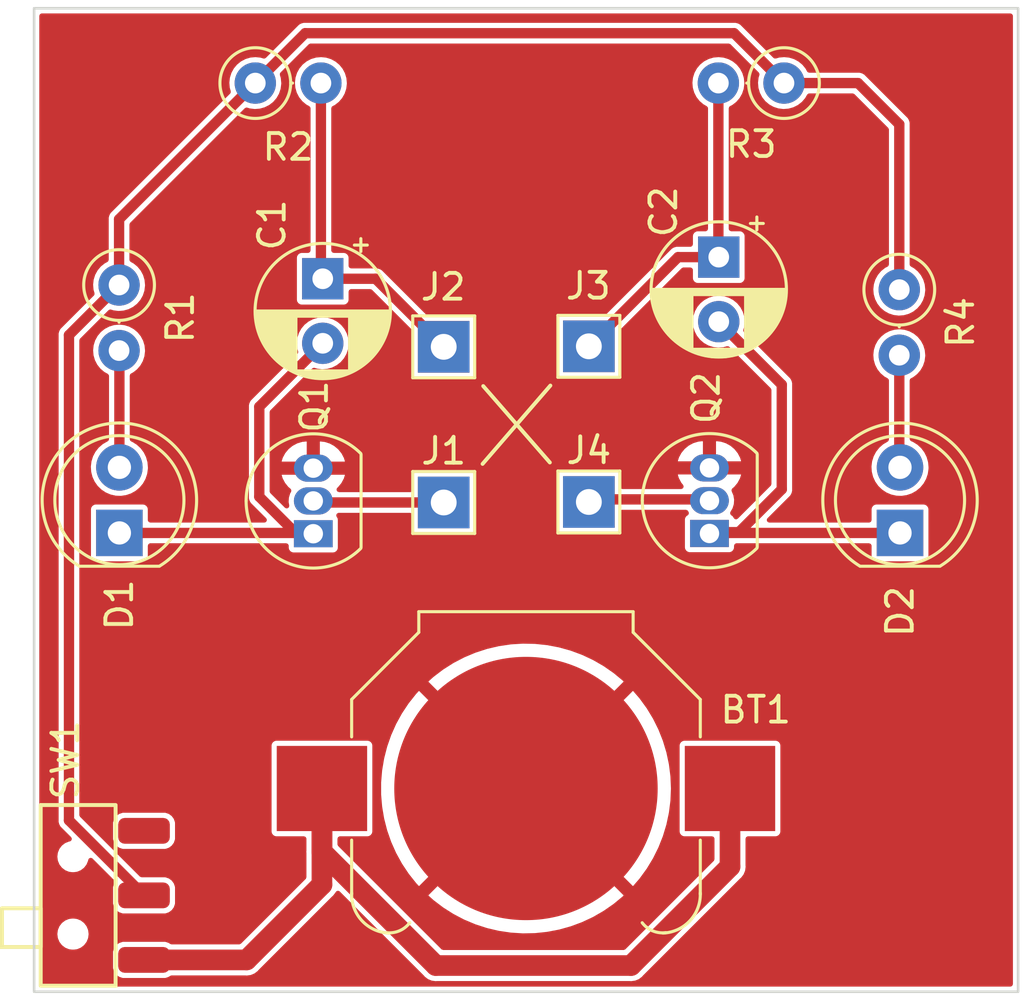
<source format=kicad_pcb>
(kicad_pcb (version 20211014) (generator pcbnew)
  (layers (0 "F.Cu" signal) (31 "B.Cu" signal) (34 "B.Paste" user) (35 "F.Paste" user) (36 "B.SilkS" user "B.Silkscreen") (37 "F.SilkS" user "F.Silkscreen") (38 "B.Mask" user) (39 "F.Mask" user) (44 "Edge.Cuts" user))
  (net 0 "")
  (net 1 "Net-(BT1-Pad1)")
  (net 2 "GND")
  (net 3 "Net-(C1-Pad1)")
  (net 4 "Net-(C1-Pad2)")
  (net 5 "Net-(D2-Pad2)")
  (net 6 "Net-(C2-Pad2)")
  (net 7 "Net-(C2-Pad1)")
  (net 8 "Net-(D1-Pad2)")
  (net 9 "Net-(R1-Pad1)")
  (net 10 "Net-(J1-Pad1)")
  (net 11 "Net-(J4-Pad1)")
  (footprint "Resistor_THT:R_Axial_DIN0207_L6.3mm_D2.5mm_P2.54mm_Vertical" (layer "F.Cu") (at 166.85 77.195 -90)
    (fp_text reference "R4" (at 1.27 -2.37 90) (layer "F.SilkS"))
    (fp_text value "220Ω")
    (fp_line (start 1.37 0) (end 1.44 0) (layer "F.SilkS") (width 0.12))
    (fp_circle (center 0 0) (end 1.37 0) (layer "F.SilkS") (width 0.12) (fill none))
    (pad "1" thru_hole circle (at 0 0 270) (size 1.6 1.6) (drill 0.8) (layers *.Cu *.Mask) (net 9 "Net-(R1-Pad1)"))
    (pad "2" thru_hole oval (at 2.54 0 270) (size 1.6 1.6) (drill 0.8) (layers *.Cu *.Mask) (net 5 "Net-(D2-Pad2)"))
  )
  (footprint "Blinky_ZAM:ZAM_LOGO_440_stopMask" (layer "F.Cu") (at 169.164 98.298 90)
    (fp_text reference "LG2" hide)
    (fp_text value "LOGO" hide)
  )
  (footprint "Capacitor_THT:CP_Radial_D5.0mm_P2.50mm" (layer "F.Cu") (at 159.86 75.934888 -90)
    (fp_text reference "C2" (at -1.754888 2.14 90) (layer "F.SilkS"))
    (fp_text value "10μF")
    (fp_line (start 2.011 -2.468) (end 2.011 -1.04) (layer "F.SilkS") (width 0.12))
    (fp_line (start 3.451 -1.383) (end 3.451 -1.04) (layer "F.SilkS") (width 0.12))
    (fp_line (start 2.211 -2.398) (end 2.211 -1.04) (layer "F.SilkS") (width 0.12))
    (fp_line (start 2.291 -2.365) (end 2.291 -1.04) (layer "F.SilkS") (width 0.12))
    (fp_line (start 2.411 -2.31) (end 2.411 -1.04) (layer "F.SilkS") (width 0.12))
    (fp_line (start 2.531 1.04) (end 2.531 2.247) (layer "F.SilkS") (width 0.12))
    (fp_line (start 1.69 1.04) (end 1.69 2.543) (layer "F.SilkS") (width 0.12))
    (fp_line (start 2.771 -2.095) (end 2.771 -1.04) (layer "F.SilkS") (width 0.12))
    (fp_line (start 2.331 1.04) (end 2.331 2.348) (layer "F.SilkS") (width 0.12))
    (fp_line (start 3.611 -1.098) (end 3.611 1.098) (layer "F.SilkS") (width 0.12))
    (fp_line (start 2.291 1.04) (end 2.291 2.365) (layer "F.SilkS") (width 0.12))
    (fp_line (start 2.051 1.04) (end 2.051 2.455) (layer "F.SilkS") (width 0.12))
    (fp_line (start 2.811 1.04) (end 2.811 2.065) (layer "F.SilkS") (width 0.12))
    (fp_line (start 3.531 -1.251) (end 3.531 -1.04) (layer "F.SilkS") (width 0.12))
    (fp_line (start 2.811 -2.065) (end 2.811 -1.04) (layer "F.SilkS") (width 0.12))
    (fp_line (start 2.131 -2.428) (end 2.131 -1.04) (layer "F.SilkS") (width 0.12))
    (fp_line (start 1.57 1.04) (end 1.57 2.561) (layer "F.SilkS") (width 0.12))
    (fp_line (start 1.77 -2.528) (end 1.77 -1.04) (layer "F.SilkS") (width 0.12))
    (fp_line (start 3.331 1.04) (end 3.331 1.554) (layer "F.SilkS") (width 0.12))
    (fp_line (start 1.61 1.04) (end 1.61 2.556) (layer "F.SilkS") (width 0.12))
    (fp_line (start 3.051 1.04) (end 3.051 1.864) (layer "F.SilkS") (width 0.12))
    (fp_line (start 2.051 -2.455) (end 2.051 -1.04) (layer "F.SilkS") (width 0.12))
    (fp_line (start 3.491 1.04) (end 3.491 1.319) (layer "F.SilkS") (width 0.12))
    (fp_line (start 1.73 -2.536) (end 1.73 -1.04) (layer "F.SilkS") (width 0.12))
    (fp_line (start 3.251 -1.653) (end 3.251 -1.04) (layer "F.SilkS") (width 0.12))
    (fp_line (start 1.49 -2.569) (end 1.49 -1.04) (layer "F.SilkS") (width 0.12))
    (fp_line (start 2.851 1.04) (end 2.851 2.035) (layer "F.SilkS") (width 0.12))
    (fp_line (start 2.131 1.04) (end 2.131 2.428) (layer "F.SilkS") (width 0.12))
    (fp_line (start 3.291 -1.605) (end 3.291 -1.04) (layer "F.SilkS") (width 0.12))
    (fp_line (start 2.491 1.04) (end 2.491 2.268) (layer "F.SilkS") (width 0.12))
    (fp_line (start 2.971 -1.937) (end 2.971 -1.04) (layer "F.SilkS") (width 0.12))
    (fp_line (start 1.33 -2.579) (end 1.33 2.579) (layer "F.SilkS") (width 0.12))
    (fp_line (start 2.251 -2.382) (end 2.251 -1.04) (layer "F.SilkS") (width 0.12))
    (fp_line (start 1.971 -2.48) (end 1.971 -1.04) (layer "F.SilkS") (width 0.12))
    (fp_line (start 3.571 -1.178) (end 3.571 1.178) (layer "F.SilkS") (width 0.12))
    (fp_line (start 2.931 1.04) (end 2.931 1.971) (layer "F.SilkS") (width 0.12))
    (fp_line (start 2.691 -2.149) (end 2.691 -1.04) (layer "F.SilkS") (width 0.12))
    (fp_line (start 2.251 1.04) (end 2.251 2.382) (layer "F.SilkS") (width 0.12))
    (fp_line (start 3.171 -1.743) (end 3.171 -1.04) (layer "F.SilkS") (width 0.12))
    (fp_line (start 2.971 1.04) (end 2.971 1.937) (layer "F.SilkS") (width 0.12))
    (fp_line (start 1.85 1.04) (end 1.85 2.511) (layer "F.SilkS") (width 0.12))
    (fp_line (start 3.771 -0.677) (end 3.771 0.677) (layer "F.SilkS") (width 0.12))
    (fp_line (start 1.29 -2.58) (end 1.29 2.58) (layer "F.SilkS") (width 0.12))
    (fp_line (start 1.49 1.04) (end 1.49 2.569) (layer "F.SilkS") (width 0.12))
    (fp_line (start 2.371 1.04) (end 2.371 2.329) (layer "F.SilkS") (width 0.12))
    (fp_line (start 3.371 1.04) (end 3.371 1.5) (layer "F.SilkS") (width 0.12))
    (fp_line (start -1.554775 -1.475) (end -1.054775 -1.475) (layer "F.SilkS") (width 0.12))
    (fp_line (start 1.45 -2.573) (end 1.45 2.573) (layer "F.SilkS") (width 0.12))
    (fp_line (start 2.611 1.04) (end 2.611 2.2) (layer "F.SilkS") (width 0.12))
    (fp_line (start 1.69 -2.543) (end 1.69 -1.04) (layer "F.SilkS") (width 0.12))
    (fp_line (start 1.89 -2.501) (end 1.89 -1.04) (layer "F.SilkS") (width 0.12))
    (fp_line (start 1.41 -2.576) (end 1.41 2.576) (layer "F.SilkS") (width 0.12))
    (fp_line (start 3.011 1.04) (end 3.011 1.901) (layer "F.SilkS") (width 0.12))
    (fp_line (start 2.531 -2.247) (end 2.531 -1.04) (layer "F.SilkS") (width 0.12))
    (fp_line (start 3.211 1.04) (end 3.211 1.699) (layer "F.SilkS") (width 0.12))
    (fp_line (start 1.73 1.04) (end 1.73 2.536) (layer "F.SilkS") (width 0.12))
    (fp_line (start 1.85 -2.511) (end 1.85 -1.04) (layer "F.SilkS") (width 0.12))
    (fp_line (start 2.611 -2.2) (end 2.611 -1.04) (layer "F.SilkS") (width 0.12))
    (fp_line (start 3.211 -1.699) (end 3.211 -1.04) (layer "F.SilkS") (width 0.12))
    (fp_line (start 2.211 1.04) (end 2.211 2.398) (layer "F.SilkS") (width 0.12))
    (fp_line (start 1.53 -2.565) (end 1.53 -1.04) (layer "F.SilkS") (width 0.12))
    (fp_line (start 2.771 1.04) (end 2.771 2.095) (layer "F.SilkS") (width 0.12))
    (fp_line (start 2.891 -2.004) (end 2.891 -1.04) (layer "F.SilkS") (width 0.12))
    (fp_line (start 2.571 1.04) (end 2.571 2.224) (layer "F.SilkS") (width 0.12))
    (fp_line (start 2.491 -2.268) (end 2.491 -1.04) (layer "F.SilkS") (width 0.12))
    (fp_line (start 1.53 1.04) (end 1.53 2.565) (layer "F.SilkS") (width 0.12))
    (fp_line (start 3.371 -1.5) (end 3.371 -1.04) (layer "F.SilkS") (width 0.12))
    (fp_line (start 1.81 -2.52) (end 1.81 -1.04) (layer "F.SilkS") (width 0.12))
    (fp_line (start 2.011 1.04) (end 2.011 2.468) (layer "F.SilkS") (width 0.12))
    (fp_line (start 3.091 1.04) (end 3.091 1.826) (layer "F.SilkS") (width 0.12))
    (fp_line (start 2.651 1.04) (end 2.651 2.175) (layer "F.SilkS") (width 0.12))
    (fp_line (start 2.651 -2.175) (end 2.651 -1.04) (layer "F.SilkS") (width 0.12))
    (fp_line (start 3.811 -0.518) (end 3.811 0.518) (layer "F.SilkS") (width 0.12))
    (fp_line (start 3.411 1.04) (end 3.411 1.443) (layer "F.SilkS") (width 0.12))
    (fp_line (start 1.25 -2.58) (end 1.25 2.58) (layer "F.SilkS") (width 0.12))
    (fp_line (start 2.371 -2.329) (end 2.371 -1.04) (layer "F.SilkS") (width 0.12))
    (fp_line (start 1.37 -2.578) (end 1.37 2.578) (layer "F.SilkS") (width 0.12))
    (fp_line (start 3.411 -1.443) (end 3.411 -1.04) (layer "F.SilkS") (width 0.12))
    (fp_line (start 3.731 -0.805) (end 3.731 0.805) (layer "F.SilkS") (width 0.12))
    (fp_line (start 3.451 1.04) (end 3.451 1.383) (layer "F.SilkS") (width 0.12))
    (fp_line (start 2.851 -2.035) (end 2.851 -1.04) (layer "F.SilkS") (width 0.12))
    (fp_line (start 1.81 1.04) (end 1.81 2.52) (layer "F.SilkS") (width 0.12))
    (fp_line (start 2.171 -2.414) (end 2.171 -1.04) (layer "F.SilkS") (width 0.12))
    (fp_line (start 3.131 1.04) (end 3.131 1.785) (layer "F.SilkS") (width 0.12))
    (fp_line (start 1.65 1.04) (end 1.65 2.55) (layer "F.SilkS") (width 0.12))
    (fp_line (start 2.451 1.04) (end 2.451 2.29) (layer "F.SilkS") (width 0.12))
    (fp_line (start 2.571 -2.224) (end 2.571 -1.04) (layer "F.SilkS") (width 0.12))
    (fp_line (start 3.171 1.04) (end 3.171 1.743) (layer "F.SilkS") (width 0.12))
    (fp_line (start 1.93 1.04) (end 1.93 2.491) (layer "F.SilkS") (width 0.12))
    (fp_line (start 3.011 -1.901) (end 3.011 -1.04) (layer "F.SilkS") (width 0.12))
    (fp_line (start 2.171 1.04) (end 2.171 2.414) (layer "F.SilkS") (width 0.12))
    (fp_line (start 3.491 -1.319) (end 3.491 -1.04) (layer "F.SilkS") (width 0.12))
    (fp_line (start 2.731 1.04) (end 2.731 2.122) (layer "F.SilkS") (width 0.12))
    (fp_line (start 1.61 -2.556) (end 1.61 -1.04) (layer "F.SilkS") (width 0.12))
    (fp_line (start 3.691 -0.915) (end 3.691 0.915) (layer "F.SilkS") (width 0.12))
    (fp_line (start 2.691 1.04) (end 2.691 2.149) (layer "F.SilkS") (width 0.12))
    (fp_line (start 2.331 -2.348) (end 2.331 -1.04) (layer "F.SilkS") (width 0.12))
    (fp_line (start 2.891 1.04) (end 2.891 2.004) (layer "F.SilkS") (width 0.12))
    (fp_line (start 3.331 -1.554) (end 3.331 -1.04) (layer "F.SilkS") (width 0.12))
    (fp_line (start 2.731 -2.122) (end 2.731 -1.04) (layer "F.SilkS") (width 0.12))
    (fp_line (start 1.89 1.04) (end 1.89 2.501) (layer "F.SilkS") (width 0.12))
    (fp_line (start 2.931 -1.971) (end 2.931 -1.04) (layer "F.SilkS") (width 0.12))
    (fp_line (start 2.091 -2.442) (end 2.091 -1.04) (layer "F.SilkS") (width 0.12))
    (fp_line (start 3.131 -1.785) (end 3.131 -1.04) (layer "F.SilkS") (width 0.12))
    (fp_line (start 3.851 -0.284) (end 3.851 0.284) (layer "F.SilkS") (width 0.12))
    (fp_line (start 1.65 -2.55) (end 1.65 -1.04) (layer "F.SilkS") (width 0.12))
    (fp_line (start 3.051 -1.864) (end 3.051 -1.04) (layer "F.SilkS") (width 0.12))
    (fp_line (start -1.304775 -1.725) (end -1.304775 -1.225) (layer "F.SilkS") (width 0.12))
    (fp_line (start 1.57 -2.561) (end 1.57 -1.04) (layer "F.SilkS") (width 0.12))
    (fp_line (start 1.93 -2.491) (end 1.93 -1.04) (layer "F.SilkS") (width 0.12))
    (fp_line (start 3.251 1.04) (end 3.251 1.653) (layer "F.SilkS") (width 0.12))
    (fp_line (start 2.091 1.04) (end 2.091 2.442) (layer "F.SilkS") (width 0.12))
    (fp_line (start 2.451 -2.29) (end 2.451 -1.04) (layer "F.SilkS") (width 0.12))
    (fp_line (start 3.531 1.04) (end 3.531 1.251) (layer "F.SilkS") (width 0.12))
    (fp_line (start 2.411 1.04) (end 2.411 2.31) (layer "F.SilkS") (width 0.12))
    (fp_line (start 1.971 1.04) (end 1.971 2.48) (layer "F.SilkS") (width 0.12))
    (fp_line (start 3.091 -1.826) (end 3.091 -1.04) (layer "F.SilkS") (width 0.12))
    (fp_line (start 3.291 1.04) (end 3.291 1.605) (layer "F.SilkS") (width 0.12))
    (fp_line (start 1.77 1.04) (end 1.77 2.528) (layer "F.SilkS") (width 0.12))
    (fp_line (start 3.651 -1.011) (end 3.651 1.011) (layer "F.SilkS") (width 0.12))
    (fp_circle (center 1.25 0) (end 3.87 0) (layer "F.SilkS") (width 0.12) (fill none))
    (pad "1" thru_hole rect (at 0 0 270) (size 1.6 1.6) (drill 0.8) (layers *.Cu *.Mask) (net 7 "Net-(C2-Pad1)"))
    (pad "2" thru_hole circle (at 2.5 0 270) (size 1.6 1.6) (drill 0.8) (layers *.Cu *.Mask) (net 6 "Net-(C2-Pad2)"))
  )
  (footprint "LED_THT:LED_D5.0mm" (layer "F.Cu") (at 136.652 86.619 90)
    (fp_text reference "D1" (at -2.789 0 90) (layer "F.SilkS"))
    (fp_text value "LED")
    (fp_line (start -1.29 -1.545) (end -1.29 1.545) (layer "F.SilkS") (width 0.12))
    (fp_arc (start 4.26 -0.000462) (mid 2.072002 2.880433) (end -1.29 1.54483) (layer "F.SilkS") (width 0.12))
    (fp_arc (start -1.29 -1.54483) (mid 2.072002 -2.880433) (end 4.26 0.000462) (layer "F.SilkS") (width 0.12))
    (fp_circle (center 1.27 0) (end 3.77 0) (layer "F.SilkS") (width 0.12) (fill none))
    (pad "1" thru_hole rect (at 0 0 90) (size 1.8 1.8) (drill 0.9) (layers *.Cu *.Mask) (net 4 "Net-(C1-Pad2)"))
    (pad "2" thru_hole circle (at 2.54 0 90) (size 1.8 1.8) (drill 0.9) (layers *.Cu *.Mask) (net 8 "Net-(D1-Pad2)"))
  )
  (footprint "Blinky_ZAM:SSK-1202" (layer "F.Cu") (at 137.6056 100.66 90)
    (fp_text reference "SW1" (at 5.248 -3.0436 90 unlocked) (layer "F.SilkS"))
    (fp_text value "SW_SPST")
    (fp_rect (start -2 -5.499999) (end -0.5 -4) (layer "F.SilkS") (width 0.1524) (fill none))
    (fp_rect (start -3.500001 -1.1) (end 3.500001 -4) (layer "F.SilkS") (width 0.1524) (fill none))
    (pad "" np_thru_hole circle (at -1.5 -2.75 90) (size 0.8 0.8) (drill 0.8) (layers F&B.Cu *.Mask))
    (pad "" np_thru_hole circle (at 1.5 -2.75 90) (size 0.8 0.8) (drill 0.8) (layers F&B.Cu *.Mask))
    (pad "1" smd roundrect (at -2.5 0 90) (size 1 2) (layers "F.Cu" "F.Paste" "F.Mask") (net 1 "Net-(BT1-Pad1)"))
    (pad "2" smd roundrect (at 0 0 90) (size 1 2) (layers "F.Cu" "F.Paste" "F.Mask") (net 9 "Net-(R1-Pad1)"))
    (pad "3" smd roundrect (at 2.5 0 90) (size 1 2) (layers "F.Cu" "F.Paste" "F.Mask"))
  )
  (footprint "Package_TO_SOT_THT:TO-92_Inline" (layer "F.Cu") (at 159.5 86.64 90)
    (fp_text reference "Q2" (at 5.25 -0.13 90) (layer "F.SilkS"))
    (fp_text value "2N3904")
    (fp_line (start -0.53 1.85) (end 3.07 1.85) (layer "F.SilkS") (width 0.12))
    (fp_arc (start 1.27 -2.6) (mid 3.672087 -0.994977) (end 3.108478 1.838478) (layer "F.SilkS") (width 0.12))
    (fp_arc (start -0.568478 1.838478) (mid -1.132087 -0.994977) (end 1.27 -2.6) (layer "F.SilkS") (width 0.12))
    (pad "1" thru_hole rect (at 0 0 90) (size 1.05 1.5) (drill 0.75) (layers *.Cu *.Mask) (net 6 "Net-(C2-Pad2)"))
    (pad "2" thru_hole oval (at 1.27 0 90) (size 1.05 1.5) (drill 0.75) (layers *.Cu *.Mask) (net 11 "Net-(J4-Pad1)"))
    (pad "3" thru_hole oval (at 2.54 0 90) (size 1.05 1.5) (drill 0.75) (layers *.Cu *.Mask) (net 2 "GND"))
  )
  (footprint "LED_THT:LED_D5.0mm" (layer "F.Cu") (at 166.878 86.619 90)
    (fp_text reference "D2" (at -3.043 0 90) (layer "F.SilkS"))
    (fp_text value "LED")
    (fp_line (start -1.29 -1.545) (end -1.29 1.545) (layer "F.SilkS") (width 0.12))
    (fp_arc (start -1.29 -1.54483) (mid 2.072002 -2.880433) (end 4.26 0.000462) (layer "F.SilkS") (width 0.12))
    (fp_arc (start 4.26 -0.000462) (mid 2.072002 2.880433) (end -1.29 1.54483) (layer "F.SilkS") (width 0.12))
    (fp_circle (center 1.27 0) (end 3.77 0) (layer "F.SilkS") (width 0.12) (fill none))
    (pad "1" thru_hole rect (at 0 0 90) (size 1.8 1.8) (drill 0.9) (layers *.Cu *.Mask) (net 6 "Net-(C2-Pad2)"))
    (pad "2" thru_hole circle (at 2.54 0 90) (size 1.8 1.8) (drill 0.9) (layers *.Cu *.Mask) (net 5 "Net-(D2-Pad2)"))
  )
  (footprint "Capacitor_THT:CP_Radial_D5.0mm_P2.50mm" (layer "F.Cu") (at 144.526 76.772888 -90)
    (fp_text reference "C1" (at -2.082888 1.966 90) (layer "F.SilkS"))
    (fp_text value "10μF")
    (fp_line (start 3.331 -1.554) (end 3.331 -1.04) (layer "F.SilkS") (width 0.12))
    (fp_line (start 2.211 -2.398) (end 2.211 -1.04) (layer "F.SilkS") (width 0.12))
    (fp_line (start 3.131 1.04) (end 3.131 1.785) (layer "F.SilkS") (width 0.12))
    (fp_line (start 1.41 -2.576) (end 1.41 2.576) (layer "F.SilkS") (width 0.12))
    (fp_line (start 1.61 -2.556) (end 1.61 -1.04) (layer "F.SilkS") (width 0.12))
    (fp_line (start 2.131 1.04) (end 2.131 2.428) (layer "F.SilkS") (width 0.12))
    (fp_line (start 2.451 1.04) (end 2.451 2.29) (layer "F.SilkS") (width 0.12))
    (fp_line (start 1.89 1.04) (end 1.89 2.501) (layer "F.SilkS") (width 0.12))
    (fp_line (start 1.33 -2.579) (end 1.33 2.579) (layer "F.SilkS") (width 0.12))
    (fp_line (start 2.491 1.04) (end 2.491 2.268) (layer "F.SilkS") (width 0.12))
    (fp_line (start 1.73 -2.536) (end 1.73 -1.04) (layer "F.SilkS") (width 0.12))
    (fp_line (start 1.89 -2.501) (end 1.89 -1.04) (layer "F.SilkS") (width 0.12))
    (fp_line (start 2.011 1.04) (end 2.011 2.468) (layer "F.SilkS") (width 0.12))
    (fp_line (start 3.451 -1.383) (end 3.451 -1.04) (layer "F.SilkS") (width 0.12))
    (fp_line (start 3.731 -0.805) (end 3.731 0.805) (layer "F.SilkS") (width 0.12))
    (fp_line (start 1.49 -2.569) (end 1.49 -1.04) (layer "F.SilkS") (width 0.12))
    (fp_line (start 1.29 -2.58) (end 1.29 2.58) (layer "F.SilkS") (width 0.12))
    (fp_line (start 2.171 -2.414) (end 2.171 -1.04) (layer "F.SilkS") (width 0.12))
    (fp_line (start 3.531 -1.251) (end 3.531 -1.04) (layer "F.SilkS") (width 0.12))
    (fp_line (start 1.81 -2.52) (end 1.81 -1.04) (layer "F.SilkS") (width 0.12))
    (fp_line (start 3.651 -1.011) (end 3.651 1.011) (layer "F.SilkS") (width 0.12))
    (fp_line (start 1.65 1.04) (end 1.65 2.55) (layer "F.SilkS") (width 0.12))
    (fp_line (start 3.131 -1.785) (end 3.131 -1.04) (layer "F.SilkS") (width 0.12))
    (fp_line (start 2.291 -2.365) (end 2.291 -1.04) (layer "F.SilkS") (width 0.12))
    (fp_line (start 1.57 -2.561) (end 1.57 -1.04) (layer "F.SilkS") (width 0.12))
    (fp_line (start 3.691 -0.915) (end 3.691 0.915) (layer "F.SilkS") (width 0.12))
    (fp_line (start 1.971 1.04) (end 1.971 2.48) (layer "F.SilkS") (width 0.12))
    (fp_line (start 2.491 -2.268) (end 2.491 -1.04) (layer "F.SilkS") (width 0.12))
    (fp_line (start 2.891 1.04) (end 2.891 2.004) (layer "F.SilkS") (width 0.12))
    (fp_line (start 2.931 -1.971) (end 2.931 -1.04) (layer "F.SilkS") (width 0.12))
    (fp_line (start 3.851 -0.284) (end 3.851 0.284) (layer "F.SilkS") (width 0.12))
    (fp_line (start 2.131 -2.428) (end 2.131 -1.04) (layer "F.SilkS") (width 0.12))
    (fp_line (start 2.091 1.04) (end 2.091 2.442) (layer "F.SilkS") (width 0.12))
    (fp_line (start 2.811 -2.065) (end 2.811 -1.04) (layer "F.SilkS") (width 0.12))
    (fp_line (start 3.371 1.04) (end 3.371 1.5) (layer "F.SilkS") (width 0.12))
    (fp_line (start 1.65 -2.55) (end 1.65 -1.04) (layer "F.SilkS") (width 0.12))
    (fp_line (start 3.491 1.04) (end 3.491 1.319) (layer "F.SilkS") (width 0.12))
    (fp_line (start 2.971 -1.937) (end 2.971 -1.04) (layer "F.SilkS") (width 0.12))
    (fp_line (start 2.291 1.04) (end 2.291 2.365) (layer "F.SilkS") (width 0.12))
    (fp_line (start 3.811 -0.518) (end 3.811 0.518) (layer "F.SilkS") (width 0.12))
    (fp_line (start 3.171 1.04) (end 3.171 1.743) (layer "F.SilkS") (width 0.12))
    (fp_line (start 3.411 1.04) (end 3.411 1.443) (layer "F.SilkS") (width 0.12))
    (fp_line (start 1.85 1.04) (end 1.85 2.511) (layer "F.SilkS") (width 0.12))
    (fp_line (start 3.011 1.04) (end 3.011 1.901) (layer "F.SilkS") (width 0.12))
    (fp_line (start 2.611 1.04) (end 2.611 2.2) (layer "F.SilkS") (width 0.12))
    (fp_line (start 2.451 -2.29) (end 2.451 -1.04) (layer "F.SilkS") (width 0.12))
    (fp_line (start 2.411 1.04) (end 2.411 2.31) (layer "F.SilkS") (width 0.12))
    (fp_line (start 2.011 -2.468) (end 2.011 -1.04) (layer "F.SilkS") (width 0.12))
    (fp_line (start 1.93 1.04) (end 1.93 2.491) (layer "F.SilkS") (width 0.12))
    (fp_line (start 2.371 1.04) (end 2.371 2.329) (layer "F.SilkS") (width 0.12))
    (fp_line (start 2.611 -2.2) (end 2.611 -1.04) (layer "F.SilkS") (width 0.12))
    (fp_line (start 2.731 -2.122) (end 2.731 -1.04) (layer "F.SilkS") (width 0.12))
    (fp_line (start 3.571 -1.178) (end 3.571 1.178) (layer "F.SilkS") (width 0.12))
    (fp_line (start 3.451 1.04) (end 3.451 1.383) (layer "F.SilkS") (width 0.12))
    (fp_line (start 1.85 -2.511) (end 1.85 -1.04) (layer "F.SilkS") (width 0.12))
    (fp_line (start 2.811 1.04) (end 2.811 2.065) (layer "F.SilkS") (width 0.12))
    (fp_line (start 1.77 1.04) (end 1.77 2.528) (layer "F.SilkS") (width 0.12))
    (fp_line (start 3.491 -1.319) (end 3.491 -1.04) (layer "F.SilkS") (width 0.12))
    (fp_line (start 2.331 -2.348) (end 2.331 -1.04) (layer "F.SilkS") (width 0.12))
    (fp_line (start 1.93 -2.491) (end 1.93 -1.04) (layer "F.SilkS") (width 0.12))
    (fp_line (start 2.731 1.04) (end 2.731 2.122) (layer "F.SilkS") (width 0.12))
    (fp_line (start 1.971 -2.48) (end 1.971 -1.04) (layer "F.SilkS") (width 0.12))
    (fp_line (start 2.891 -2.004) (end 2.891 -1.04) (layer "F.SilkS") (width 0.12))
    (fp_line (start 3.371 -1.5) (end 3.371 -1.04) (layer "F.SilkS") (width 0.12))
    (fp_line (start 1.69 -2.543) (end 1.69 -1.04) (layer "F.SilkS") (width 0.12))
    (fp_line (start 2.251 1.04) (end 2.251 2.382) (layer "F.SilkS") (width 0.12))
    (fp_line (start 2.251 -2.382) (end 2.251 -1.04) (layer "F.SilkS") (width 0.12))
    (fp_line (start 1.81 1.04) (end 1.81 2.52) (layer "F.SilkS") (width 0.12))
    (fp_line (start 2.411 -2.31) (end 2.411 -1.04) (layer "F.SilkS") (width 0.12))
    (fp_line (start 2.651 1.04) (end 2.651 2.175) (layer "F.SilkS") (width 0.12))
    (fp_line (start 2.571 -2.224) (end 2.571 -1.04) (layer "F.SilkS") (width 0.12))
    (fp_line (start 2.371 -2.329) (end 2.371 -1.04) (layer "F.SilkS") (width 0.12))
    (fp_line (start 1.57 1.04) (end 1.57 2.561) (layer "F.SilkS") (width 0.12))
    (fp_line (start 3.211 -1.699) (end 3.211 -1.04) (layer "F.SilkS") (width 0.12))
    (fp_line (start 2.771 -2.095) (end 2.771 -1.04) (layer "F.SilkS") (width 0.12))
    (fp_line (start 1.53 1.04) (end 1.53 2.565) (layer "F.SilkS") (width 0.12))
    (fp_line (start 2.571 1.04) (end 2.571 2.224) (layer "F.SilkS") (width 0.12))
    (fp_line (start 1.61 1.04) (end 1.61 2.556) (layer "F.SilkS") (width 0.12))
    (fp_line (start 2.051 -2.455) (end 2.051 -1.04) (layer "F.SilkS") (width 0.12))
    (fp_line (start 3.611 -1.098) (end 3.611 1.098) (layer "F.SilkS") (width 0.12))
    (fp_line (start 1.69 1.04) (end 1.69 2.543) (layer "F.SilkS") (width 0.12))
    (fp_line (start 2.971 1.04) (end 2.971 1.937) (layer "F.SilkS") (width 0.12))
    (fp_line (start 3.771 -0.677) (end 3.771 0.677) (layer "F.SilkS") (width 0.12))
    (fp_line (start 2.531 -2.247) (end 2.531 -1.04) (layer "F.SilkS") (width 0.12))
    (fp_line (start 1.45 -2.573) (end 1.45 2.573) (layer "F.SilkS") (width 0.12))
    (fp_line (start 2.211 1.04) (end 2.211 2.398) (layer "F.SilkS") (width 0.12))
    (fp_line (start 2.171 1.04) (end 2.171 2.414) (layer "F.SilkS") (width 0.12))
    (fp_line (start 3.531 1.04) (end 3.531 1.251) (layer "F.SilkS") (width 0.12))
    (fp_line (start 2.091 -2.442) (end 2.091 -1.04) (layer "F.SilkS") (width 0.12))
    (fp_line (start 3.251 1.04) (end 3.251 1.653) (layer "F.SilkS") (width 0.12))
    (fp_line (start 1.73 1.04) (end 1.73 2.536) (layer "F.SilkS") (width 0.12))
    (fp_line (start 2.531 1.04) (end 2.531 2.247) (layer "F.SilkS") (width 0.12))
    (fp_line (start 3.051 1.04) (end 3.051 1.864) (layer "F.SilkS") (width 0.12))
    (fp_line (start 3.091 1.04) (end 3.091 1.826) (layer "F.SilkS") (width 0.12))
    (fp_line (start 2.651 -2.175) (end 2.651 -1.04) (layer "F.SilkS") (width 0.12))
    (fp_line (start 3.051 -1.864) (end 3.051 -1.04) (layer "F.SilkS") (width 0.12))
    (fp_line (start 2.051 1.04) (end 2.051 2.455) (layer "F.SilkS") (width 0.12))
    (fp_line (start 1.77 -2.528) (end 1.77 -1.04) (layer "F.SilkS") (width 0.12))
    (fp_line (start -1.554775 -1.475) (end -1.054775 -1.475) (layer "F.SilkS") (width 0.12))
    (fp_line (start 3.211 1.04) (end 3.211 1.699) (layer "F.SilkS") (width 0.12))
    (fp_line (start 3.011 -1.901) (end 3.011 -1.04) (layer "F.SilkS") (width 0.12))
    (fp_line (start 2.771 1.04) (end 2.771 2.095) (layer "F.SilkS") (width 0.12))
    (fp_line (start 2.331 1.04) (end 2.331 2.348) (layer "F.SilkS") (width 0.12))
    (fp_line (start 3.331 1.04) (end 3.331 1.554) (layer "F.SilkS") (width 0.12))
    (fp_line (start 3.411 -1.443) (end 3.411 -1.04) (layer "F.SilkS") (width 0.12))
    (fp_line (start 2.851 -2.035) (end 2.851 -1.04) (layer "F.SilkS") (width 0.12))
    (fp_line (start 1.49 1.04) (end 1.49 2.569) (layer "F.SilkS") (width 0.12))
    (fp_line (start 2.851 1.04) (end 2.851 2.035) (layer "F.SilkS") (width 0.12))
    (fp_line (start 3.251 -1.653) (end 3.251 -1.04) (layer "F.SilkS") (width 0.12))
    (fp_line (start 1.37 -2.578) (end 1.37 2.578) (layer "F.SilkS") (width 0.12))
    (fp_line (start 2.931 1.04) (end 2.931 1.971) (layer "F.SilkS") (width 0.12))
    (fp_line (start 1.53 -2.565) (end 1.53 -1.04) (layer "F.SilkS") (width 0.12))
    (fp_line (start 3.091 -1.826) (end 3.091 -1.04) (layer "F.SilkS") (width 0.12))
    (fp_line (start 3.291 -1.605) (end 3.291 -1.04) (layer "F.SilkS") (width 0.12))
    (fp_line (start -1.304775 -1.725) (end -1.304775 -1.225) (layer "F.SilkS") (width 0.12))
    (fp_line (start 2.691 -2.149) (end 2.691 -1.04) (layer "F.SilkS") (width 0.12))
    (fp_line (start 2.691 1.04) (end 2.691 2.149) (layer "F.SilkS") (width 0.12))
    (fp_line (start 3.171 -1.743) (end 3.171 -1.04) (layer "F.SilkS") (width 0.12))
    (fp_line (start 3.291 1.04) (end 3.291 1.605) (layer "F.SilkS") (width 0.12))
    (fp_line (start 1.25 -2.58) (end 1.25 2.58) (layer "F.SilkS") (width 0.12))
    (fp_circle (center 1.25 0) (end 3.87 0) (layer "F.SilkS") (width 0.12) (fill none))
    (pad "1" thru_hole rect (at 0 0 270) (size 1.6 1.6) (drill 0.8) (layers *.Cu *.Mask) (net 3 "Net-(C1-Pad1)"))
    (pad "2" thru_hole circle (at 2.5 0 270) (size 1.6 1.6) (drill 0.8) (layers *.Cu *.Mask) (net 4 "Net-(C1-Pad2)"))
  )
  (footprint "TestPoint:TestPoint_THTPad_2.0x2.0mm_Drill1.0mm" (layer "F.Cu") (at 149.21 85.44)
    (fp_text reference "J1" (at 0 -1.998) (layer "F.SilkS"))
    (fp_text value "bridge")
    (fp_line (start 1.2 1.2) (end -1.2 1.2) (layer "F.SilkS") (width 0.12))
    (fp_line (start 1.2 -1.2) (end 1.2 1.2) (layer "F.SilkS") (width 0.12))
    (fp_line (start -1.2 -1.2) (end 1.2 -1.2) (layer "F.SilkS") (width 0.12))
    (fp_line (start -1.2 1.2) (end -1.2 -1.2) (layer "F.SilkS") (width 0.12))
    (pad "1" thru_hole rect (at 0 0) (size 2 2) (drill 1) (layers *.Cu *.Mask) (net 10 "Net-(J1-Pad1)"))
  )
  (footprint "TestPoint:TestPoint_THTPad_2.0x2.0mm_Drill1.0mm" (layer "F.Cu") (at 154.83 79.39)
    (property "Reference" "J?")
    (property "Value" "Jumper_1")
    (fp_text reference "J3" (at -0.02 -2.34) (layer "F.SilkS"))
    (fp_text value "bridge")
    (fp_line (start -1.2 1.2) (end -1.2 -1.2) (layer "F.SilkS") (width 0.12))
    (fp_line (start 1.2 1.2) (end -1.2 1.2) (layer "F.SilkS") (width 0.12))
    (fp_line (start 1.2 -1.2) (end 1.2 1.2) (layer "F.SilkS") (width 0.12))
    (fp_line (start -1.2 -1.2) (end 1.2 -1.2) (layer "F.SilkS") (width 0.12))
    (pad "1" thru_hole rect (at 0 0) (size 2 2) (drill 1) (layers *.Cu *.Mask) (net 7 "Net-(C2-Pad1)"))
  )
  (footprint "Resistor_THT:R_Axial_DIN0207_L6.3mm_D2.5mm_P2.54mm_Vertical" (layer "F.Cu") (at 141.915 69.192)
    (fp_text reference "R2" (at 1.265 2.48) (layer "F.SilkS"))
    (fp_text value "100kΩ")
    (fp_line (start 1.37 0) (end 1.44 0) (layer "F.SilkS") (width 0.12))
    (fp_circle (center 0 0) (end 1.37 0) (layer "F.SilkS") (width 0.12) (fill none))
    (pad "1" thru_hole circle (at 0 0) (size 1.6 1.6) (drill 0.8) (layers *.Cu *.Mask) (net 9 "Net-(R1-Pad1)"))
    (pad "2" thru_hole oval (at 2.54 0) (size 1.6 1.6) (drill 0.8) (layers *.Cu *.Mask) (net 3 "Net-(C1-Pad1)"))
  )
  (footprint "Battery:BatteryHolder_Keystone_3000_1x12mm" (layer "F.Cu") (at 152.395 96.52)
    (fp_text reference "BT1" (at 8.895 -3.048) (layer "F.SilkS"))
    (fp_text value "Battery_Cell")
    (fp_line (start 4.15 -6.85) (end 4.15 -6.05) (layer "F.SilkS") (width 0.12))
    (fp_line (start -4.15 -6.85) (end 4.15 -6.85) (layer "F.SilkS") (width 0.12))
    (fp_line (start -4.15 -6.05) (end -4.15 -6.85) (layer "F.SilkS") (width 0.12))
    (fp_line (start -6.75 2) (end -6.75 4.1) (layer "F.SilkS") (width 0.12))
    (fp_line (start -6.75 -3.45) (end -4.15 -6.05) (layer "F.SilkS") (width 0.12))
    (fp_line (start -6.75 -2) (end -6.75 -3.45) (layer "F.SilkS") (width 0.12))
    (fp_line (start 6.75 -3.45) (end 6.75 -2) (layer "F.SilkS") (width 0.12))
    (fp_line (start 4.15 -6.05) (end 6.75 -3.45) (layer "F.SilkS") (width 0.12))
    (fp_line (start 6.75 2) (end 6.75 4.1) (layer "F.SilkS") (width 0.12))
    (fp_arc (start -5.3 5.6) (mid -6.346016 5.125305) (end -6.75 4.05) (layer "F.SilkS") (width 0.12))
    (fp_arc (start 6.75 4.05) (mid 6.346016 5.125305) (end 5.3 5.6) (layer "F.SilkS") (width 0.12))
    (fp_arc (start 5.414615 5.58416) (mid 4.90584 5.514615) (end 4.5 5.2) (layer "F.SilkS") (width 0.12))
    (fp_arc (start -4.5 5.2) (mid -4.90584 5.514615) (end -5.414615 5.58416) (layer "F.SilkS") (width 0.12))
    (pad "1" smd rect (at 7.9 0) (size 3.5 3.3) (layers "F.Cu" "F.Paste" "F.Mask") (net 1 "Net-(BT1-Pad1)"))
    (pad "1" smd rect (at -7.9 0) (size 3.5 3.3) (layers "F.Cu" "F.Paste" "F.Mask") (net 1 "Net-(BT1-Pad1)"))
    (pad "2" smd circle (at 0 0) (size 10.2 10.2) (layers "F.Cu" "F.Mask") (net 2 "GND"))
  )
  (footprint "Resistor_THT:R_Axial_DIN0207_L6.3mm_D2.5mm_P2.54mm_Vertical" (layer "F.Cu") (at 136.64 77.015 -90)
    (fp_text reference "R1" (at 1.27 -2.37 90) (layer "F.SilkS"))
    (fp_text value "220Ω")
    (fp_line (start 1.37 0) (end 1.44 0) (layer "F.SilkS") (width 0.12))
    (fp_circle (center 0 0) (end 1.37 0) (layer "F.SilkS") (width 0.12) (fill none))
    (pad "1" thru_hole circle (at 0 0 270) (size 1.6 1.6) (drill 0.8) (layers *.Cu *.Mask) (net 9 "Net-(R1-Pad1)"))
    (pad "2" thru_hole oval (at 2.54 0 270) (size 1.6 1.6) (drill 0.8) (layers *.Cu *.Mask) (net 8 "Net-(D1-Pad2)"))
  )
  (footprint "TestPoint:TestPoint_THTPad_2.0x2.0mm_Drill1.0mm" (layer "F.Cu") (at 149.21 79.41)
    (fp_text reference "J2" (at -0.02 -2.32) (layer "F.SilkS"))
    (fp_text value "bridge")
    (fp_line (start 1.2 1.2) (end -1.2 1.2) (layer "F.SilkS") (width 0.12))
    (fp_line (start -1.2 1.2) (end -1.2 -1.2) (layer "F.SilkS") (width 0.12))
    (fp_line (start 1.2 -1.2) (end 1.2 1.2) (layer "F.SilkS") (width 0.12))
    (fp_line (start -1.2 -1.2) (end 1.2 -1.2) (layer "F.SilkS") (width 0.12))
    (pad "1" thru_hole rect (at 0 0) (size 2 2) (drill 1) (layers *.Cu *.Mask) (net 3 "Net-(C1-Pad1)"))
  )
  (footprint "Package_TO_SOT_THT:TO-92_Inline" (layer "F.Cu") (at 144.16 86.65 90)
    (fp_text reference "Q1" (at 4.926 0.036 90) (layer "F.SilkS"))
    (fp_text value "2N3904")
    (fp_line (start -0.53 1.85) (end 3.07 1.85) (layer "F.SilkS") (width 0.12))
    (fp_arc (start 1.27 -2.6) (mid 3.672087 -0.994977) (end 3.108478 1.838478) (layer "F.SilkS") (width 0.12))
    (fp_arc (start -0.568478 1.838478) (mid -1.132087 -0.994977) (end 1.27 -2.6) (layer "F.SilkS") (width 0.12))
    (pad "1" thru_hole rect (at 0 0 90) (size 1.05 1.5) (drill 0.75) (layers *.Cu *.Mask) (net 4 "Net-(C1-Pad2)"))
    (pad "2" thru_hole oval (at 1.27 0 90) (size 1.05 1.5) (drill 0.75) (layers *.Cu *.Mask) (net 10 "Net-(J1-Pad1)"))
    (pad "3" thru_hole oval (at 2.54 0 90) (size 1.05 1.5) (drill 0.75) (layers *.Cu *.Mask) (net 2 "GND"))
  )
  (footprint "Resistor_THT:R_Axial_DIN0207_L6.3mm_D2.5mm_P2.54mm_Vertical" (layer "F.Cu") (at 162.385 69.192 180)
    (fp_text reference "R3" (at 1.27 -2.37) (layer "F.SilkS"))
    (fp_text value "100kΩ")
    (fp_line (start 1.37 0) (end 1.44 0) (layer "F.SilkS") (width 0.12))
    (fp_circle (center 0 0) (end 1.37 0) (layer "F.SilkS") (width 0.12) (fill none))
    (pad "1" thru_hole circle (at 0 0 180) (size 1.6 1.6) (drill 0.8) (layers *.Cu *.Mask) (net 9 "Net-(R1-Pad1)"))
    (pad "2" thru_hole oval (at 2.54 0 180) (size 1.6 1.6) (drill 0.8) (layers *.Cu *.Mask) (net 7 "Net-(C2-Pad1)"))
  )
  (footprint "TestPoint:TestPoint_THTPad_2.0x2.0mm_Drill1.0mm" (layer "F.Cu") (at 154.83 85.42)
    (fp_text reference "J4" (at 0 -1.998) (layer "F.SilkS"))
    (fp_text value "bridge")
    (fp_line (start 1.2 1.2) (end -1.2 1.2) (layer "F.SilkS") (width 0.12))
    (fp_line (start 1.2 -1.2) (end 1.2 1.2) (layer "F.SilkS") (width 0.12))
    (fp_line (start -1.2 1.2) (end -1.2 -1.2) (layer "F.SilkS") (width 0.12))
    (fp_line (start -1.2 -1.2) (end 1.2 -1.2) (layer "F.SilkS") (width 0.12))
    (pad "1" thru_hole rect (at 0 0) (size 2 2) (drill 1) (layers *.Cu *.Mask) (net 11 "Net-(J4-Pad1)"))
  )
  (gr_line (start 150.715 83.945) (end 153.34 80.91) (layer "F.SilkS") (width 0.15))
  (gr_line (start 150.74 80.93) (end 153.32 83.89) (layer "F.SilkS") (width 0.15))
  (gr_rect (start 133.35 66.294) (end 171.45 104.394) (layer "Edge.Cuts") (width 0.1) (fill none))
  (segment (start 141.58 103.16) (end 137.6056 103.16) (width 0.8) (layer "F.Cu") (net 1))
  (segment (start 144.495 98.97) (end 144.495 96.52) (width 0.8) (layer "F.Cu") (net 1))
  (segment (start 160.295 96.52) (end 160.295 99.547) (width 0.8) (layer "F.Cu") (net 1))
  (segment (start 148.903 103.378) (end 144.495 98.97) (width 0.8) (layer "F.Cu") (net 1))
  (segment (start 160.295 99.547) (end 156.464 103.378) (width 0.8) (layer "F.Cu") (net 1))
  (segment (start 144.495 96.52) (end 144.495 100.245) (width 0.8) (layer "F.Cu") (net 1))
  (segment (start 156.464 103.378) (end 148.903 103.378) (width 0.8) (layer "F.Cu") (net 1))
  (segment (start 144.495 100.245) (end 141.58 103.16) (width 0.8) (layer "F.Cu") (net 1))
  (segment (start 144.526 76.772888) (end 146.572888 76.772888) (width 0.4) (layer "F.Cu") (net 3))
  (segment (start 146.572888 76.772888) (end 149.21 79.41) (width 0.4) (layer "F.Cu") (net 3))
  (segment (start 144.455 76.701888) (end 144.526 76.772888) (width 0.4) (layer "F.Cu") (net 3))
  (segment (start 144.455 69.192) (end 144.455 76.701888) (width 0.4) (layer "F.Cu") (net 3))
  (segment (start 142.068888 81.73) (end 142.068888 85.216888) (width 0.4) (layer "F.Cu") (net 4))
  (segment (start 144.526 79.272888) (end 142.068888 81.73) (width 0.4) (layer "F.Cu") (net 4))
  (segment (start 144.161 86.619) (end 144.166 86.614) (width 0.4) (layer "F.Cu") (net 4))
  (segment (start 142.068888 85.216888) (end 143.466 86.614) (width 0.4) (layer "F.Cu") (net 4))
  (segment (start 143.466 86.614) (end 144.166 86.614) (width 0.4) (layer "F.Cu") (net 4))
  (segment (start 136.652 86.619) (end 144.161 86.619) (width 0.4) (layer "F.Cu") (net 4))
  (segment (start 166.85 79.735) (end 166.85 84.051) (width 0.4) (layer "F.Cu") (net 5))
  (segment (start 166.85 84.051) (end 166.878 84.079) (width 0.4) (layer "F.Cu") (net 5))
  (segment (start 159.529 86.619) (end 159.5 86.59) (width 0.4) (layer "F.Cu") (net 6))
  (segment (start 162.3 84.93) (end 160.64 86.59) (width 0.4) (layer "F.Cu") (net 6))
  (segment (start 166.878 86.619) (end 159.529 86.619) (width 0.4) (layer "F.Cu") (net 6))
  (segment (start 160.64 86.59) (end 159.5 86.59) (width 0.4) (layer "F.Cu") (net 6))
  (segment (start 159.86 78.434888) (end 162.3 80.874888) (width 0.4) (layer "F.Cu") (net 6))
  (segment (start 162.3 80.874888) (end 162.3 84.93) (width 0.4) (layer "F.Cu") (net 6))
  (segment (start 158.285112 75.934888) (end 154.83 79.39) (width 0.4) (layer "F.Cu") (net 7))
  (segment (start 159.86 75.934888) (end 158.285112 75.934888) (width 0.4) (layer "F.Cu") (net 7))
  (segment (start 159.845 75.919888) (end 159.86 75.934888) (width 0.4) (layer "F.Cu") (net 7))
  (segment (start 159.845 69.192) (end 159.845 75.919888) (width 0.4) (layer "F.Cu") (net 7))
  (segment (start 136.652 79.567) (end 136.64 79.555) (width 0.4) (layer "F.Cu") (net 8))
  (segment (start 136.652 84.079) (end 136.652 79.567) (width 0.4) (layer "F.Cu") (net 8))
  (segment (start 136.64 77.015) (end 136.64 74.467) (width 0.4) (layer "F.Cu") (net 9))
  (segment (start 160.453 67.26) (end 162.385 69.192) (width 0.4) (layer "F.Cu") (net 9))
  (segment (start 134.7 97.7544) (end 134.7 78.955) (width 0.4) (layer "F.Cu") (net 9))
  (segment (start 136.64 74.467) (end 141.915 69.192) (width 0.4) (layer "F.Cu") (net 9))
  (segment (start 162.385 69.192) (end 165.252 69.192) (width 0.4) (layer "F.Cu") (net 9))
  (segment (start 143.847 67.26) (end 160.453 67.26) (width 0.4) (layer "F.Cu") (net 9))
  (segment (start 134.7 78.955) (end 136.64 77.015) (width 0.4) (layer "F.Cu") (net 9))
  (segment (start 137.6056 100.66) (end 134.7 97.7544) (width 0.4) (layer "F.Cu") (net 9))
  (segment (start 141.915 69.192) (end 143.847 67.26) (width 0.4) (layer "F.Cu") (net 9))
  (segment (start 165.252 69.192) (end 166.85 70.79) (width 0.4) (layer "F.Cu") (net 9))
  (segment (start 166.85 70.79) (end 166.85 77.195) (width 0.4) (layer "F.Cu") (net 9))
  (segment (start 144.262 85.44) (end 144.166 85.344) (width 0.4) (layer "F.Cu") (net 10))
  (segment (start 149.21 85.44) (end 144.262 85.44) (width 0.4) (layer "F.Cu") (net 10))
  (segment (start 154.93 85.32) (end 154.83 85.42) (width 0.4) (layer "F.Cu") (net 11))
  (segment (start 159.5 85.32) (end 154.93 85.32) (width 0.4) (layer "F.Cu") (net 11))
  (zone (net 2) (net_name "GND") (layer "F.Cu") (connect_pads (clearance 0.2)) (min_thickness 0.2) (fill yes (thermal_gap 0.508) (thermal_bridge_width 0.508))
    (polygon (pts (xy 171.39 104.389) (xy 133.31 104.379) (xy 133.3 66.299) (xy 171.39 66.299)))
  )
)
</source>
